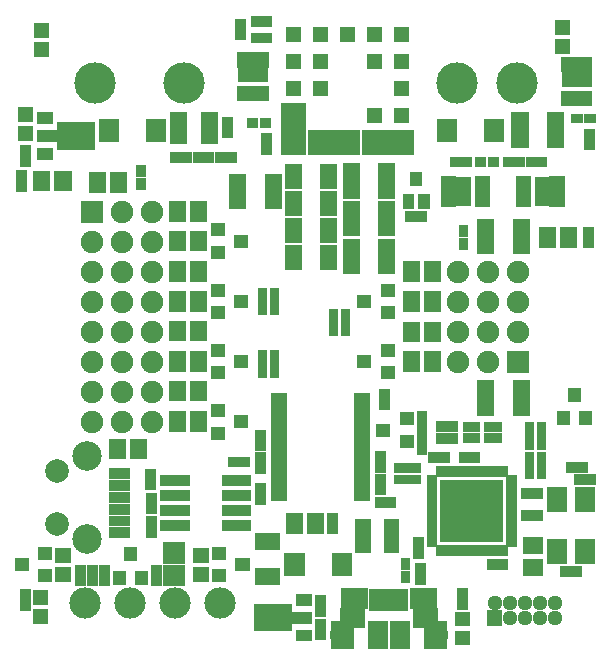
<source format=gbr>
G04 start of page 8 for group -4063 idx -4063 *
G04 Title: (unknown), componentmask *
G04 Creator: pcb 20140316 *
G04 CreationDate: Mon 04 Feb 2019 13:49:25 GMT UTC *
G04 For: kier *
G04 Format: Gerber/RS-274X *
G04 PCB-Dimensions (mil): 2755.91 2913.39 *
G04 PCB-Coordinate-Origin: lower left *
%MOIN*%
%FSLAX25Y25*%
%LNTOPMASK*%
%ADD128R,0.2087X0.2087*%
%ADD127R,0.0295X0.0295*%
%ADD126R,0.0815X0.0815*%
%ADD125R,0.0797X0.0797*%
%ADD124R,0.0758X0.0758*%
%ADD123R,0.0659X0.0659*%
%ADD122R,0.0693X0.0693*%
%ADD121R,0.0650X0.0650*%
%ADD120R,0.0236X0.0236*%
%ADD119R,0.0315X0.0315*%
%ADD118R,0.0669X0.0669*%
%ADD117R,0.0354X0.0354*%
%ADD116R,0.0906X0.0906*%
%ADD115R,0.0394X0.0394*%
%ADD114R,0.0492X0.0492*%
%ADD113R,0.0571X0.0571*%
%ADD112R,0.0433X0.0433*%
%ADD111R,0.0276X0.0276*%
%ADD110R,0.0362X0.0362*%
%ADD109C,0.0512*%
%ADD108C,0.0551*%
%ADD107C,0.0001*%
%ADD106C,0.1378*%
%ADD105C,0.1043*%
%ADD104C,0.0748*%
%ADD103C,0.0787*%
%ADD102C,0.0984*%
G54D102*X64961Y76378D03*
G54D103*X55118Y99016D03*
Y81299D03*
G54D102*X64961Y103937D03*
G54D104*X66772Y165354D03*
Y155354D03*
Y145354D03*
Y135354D03*
Y125354D03*
Y115354D03*
X76772Y165354D03*
Y155354D03*
Y145354D03*
Y135354D03*
Y125354D03*
Y115354D03*
X86772Y165354D03*
Y155354D03*
Y145354D03*
Y135354D03*
Y125354D03*
Y115354D03*
G54D105*X64508Y55118D03*
X79508D03*
X94508D03*
X109508D03*
G54D106*X97441Y228346D03*
X67913D03*
G54D107*G36*
X63031Y189094D02*Y181614D01*
X70512D01*
Y189094D01*
X63031D01*
G37*
G54D104*X76772Y185354D03*
X86772D03*
G54D106*X208268Y228346D03*
X188583D03*
G54D107*G36*
X205079Y139094D02*Y131614D01*
X212559D01*
Y139094D01*
X205079D01*
G37*
G54D104*X208819Y145354D03*
Y155354D03*
Y165354D03*
X188819Y135354D03*
Y145354D03*
Y155354D03*
Y165354D03*
X66772Y175354D03*
X76772D03*
X86772D03*
X198819Y135354D03*
Y145354D03*
Y155354D03*
Y165354D03*
X149606Y44291D03*
X181890D03*
G54D108*X156201Y56417D03*
X175295D03*
G54D107*G36*
X198465Y52559D02*Y47441D01*
X203583D01*
Y52559D01*
X198465D01*
G37*
G54D109*X201024Y55000D03*
X206024Y50000D03*
Y55000D03*
X211024Y50000D03*
X216024D03*
X221024D03*
X211024Y55000D03*
X216024D03*
X221024D03*
G54D110*X162992Y103744D02*Y103736D01*
X164173Y124610D02*Y124602D01*
Y121067D02*Y121059D01*
G54D111*X155315Y123720D02*X158071D01*
G54D112*X157283Y135433D02*X157677D01*
G54D111*X155315Y121161D02*X158071D01*
X155315Y118602D02*X158071D01*
X155315Y116043D02*X158071D01*
G54D112*X163583Y112598D02*X163976D01*
G54D113*X173228Y136024D02*Y134843D01*
X180315Y136024D02*Y134843D01*
G54D112*X165157Y131693D02*X165551D01*
G54D113*X173228Y145866D02*Y144685D01*
X180315Y145866D02*Y144685D01*
X173228Y156102D02*Y154921D01*
X180315Y156102D02*Y154921D01*
X173228Y165945D02*Y164764D01*
X180315Y165945D02*Y164764D01*
G54D111*X155315Y113484D02*X158071D01*
X155315Y110925D02*X158071D01*
X155315Y108366D02*X158071D01*
X155315Y105807D02*X158071D01*
G54D112*X171457Y108858D02*X171850D01*
X171457Y116339D02*X171850D01*
G54D110*X176772Y117130D02*Y117122D01*
Y113587D02*Y113579D01*
Y109650D02*Y109642D01*
Y106106D02*Y106098D01*
X180705Y103543D02*X180713D01*
G54D114*X56988Y64567D02*X57185D01*
X56988Y70866D02*X57185D01*
G54D112*X50984Y63976D02*X51378D01*
G54D114*X49508Y56693D02*X49705D01*
X49508Y50394D02*X49705D01*
G54D110*X44488Y54138D02*Y54130D01*
Y57681D02*Y57673D01*
G54D112*X50984Y71457D02*X51378D01*
X43110Y67717D02*X43504D01*
G54D110*X77752Y86220D02*X77760D01*
X74209D02*X74217D01*
X74209Y82283D02*X74217D01*
X77752D02*X77760D01*
X77752Y90157D02*X77760D01*
X74209D02*X74217D01*
X62992Y62406D02*Y62398D01*
X70866Y62406D02*Y62398D01*
X66929Y62406D02*Y62398D01*
X62992Y65949D02*Y65941D01*
X70866Y65949D02*Y65941D01*
X66929Y65949D02*Y65941D01*
X74209Y78346D02*X74217D01*
X77752D02*X77760D01*
G54D112*X79528Y71457D02*Y71063D01*
G54D110*X88189Y65949D02*Y65941D01*
Y62406D02*Y62398D01*
G54D112*X75787Y63583D02*Y63189D01*
X83268Y63583D02*Y63189D01*
G54D110*X86614Y78547D02*Y78539D01*
X92126Y73429D02*Y73421D01*
Y69886D02*Y69878D01*
Y62406D02*Y62398D01*
Y65949D02*Y65941D01*
X44488Y202169D02*Y202161D01*
Y205713D02*Y205705D01*
G54D115*X50295Y204724D02*X51870D01*
G54D114*X44390Y217717D02*X44587D01*
G54D115*X50295Y216535D02*X51870D01*
G54D114*X44390Y211417D02*X44587D01*
G54D115*X50295Y210630D02*X54626D01*
X50295D02*X51870D01*
G54D116*X59744D02*X63091D01*
G54D107*G36*
X57579Y212992D02*Y208268D01*
X62303D01*
Y212992D01*
X57579D01*
G37*
G54D110*X43307Y197445D02*Y197437D01*
Y193902D02*Y193894D01*
G54D113*X50000Y196260D02*Y195079D01*
G54D114*X49902Y239370D02*X50098D01*
X49902Y245669D02*X50098D01*
G54D117*X65059Y212598D02*Y208661D01*
G54D118*X88189Y213071D02*Y212126D01*
X72441Y213071D02*Y212126D01*
G54D113*X57087Y196260D02*Y195079D01*
G54D119*X83071Y195000D02*Y194213D01*
Y199331D02*Y198543D01*
G54D113*X68504Y195787D02*Y194606D01*
X75591Y195787D02*Y194606D01*
G54D111*X127756Y118602D02*X130512D01*
X127756Y116043D02*X130512D01*
X127756Y113484D02*X130512D01*
X127756Y110925D02*X130512D01*
X127756Y108366D02*X130512D01*
X127756Y105807D02*X130512D01*
X127756Y103248D02*X130512D01*
G54D113*X134252Y82087D02*Y80906D01*
X141339Y82087D02*Y80906D01*
G54D110*X146850Y83272D02*Y83264D01*
Y79728D02*Y79720D01*
G54D111*X127756Y123720D02*X130512D01*
X127756Y121161D02*X130512D01*
G54D112*X108465Y119094D02*X108858D01*
X108465Y111614D02*X108858D01*
X116339Y115354D02*X116732D01*
G54D113*X102362Y115945D02*Y114764D01*
G54D111*X127362Y131496D02*X127756D01*
G54D120*X127165Y133661D02*X127953D01*
X127165Y135630D02*X127953D01*
G54D111*X123425Y131496D02*X123819D01*
G54D120*X123228Y133661D02*X124016D01*
X123228Y135630D02*X124016D01*
G54D111*X123425Y137795D02*X123819D01*
G54D110*X122835Y110831D02*Y110823D01*
Y107287D02*Y107280D01*
Y103350D02*Y103343D01*
G54D112*X108465Y131693D02*X108858D01*
G54D113*X95276Y126181D02*Y125000D01*
X102362Y126181D02*Y125000D01*
X95276Y136024D02*Y134843D01*
X102362Y136024D02*Y134843D01*
G54D112*X116339Y135433D02*X116732D01*
G54D111*X127756Y98130D02*X130512D01*
X127756Y95571D02*X130512D01*
X127756Y93012D02*X130512D01*
X127756Y90453D02*X130512D01*
X127756Y100689D02*X130512D01*
G54D110*X122835Y99807D02*Y99799D01*
G54D117*X111811Y95689D02*X118110D01*
G54D110*X117516Y101969D02*X117524D01*
X113972D02*X113980D01*
X122835Y93114D02*Y93106D01*
X162791Y88583D02*X162799D01*
X166335D02*X166343D01*
X162992Y100201D02*Y100193D01*
Y96264D02*Y96256D01*
Y92720D02*Y92713D01*
G54D111*X155315Y103248D02*X158071D01*
X155315Y100689D02*X158071D01*
X155315Y98130D02*X158071D01*
X155315Y95571D02*X158071D01*
X155315Y93012D02*X158071D01*
X155315Y90453D02*X158071D01*
G54D115*X156496Y80906D02*X157677D01*
X156496Y77165D02*X157677D01*
X156496Y73425D02*X157677D01*
G54D110*X175591Y75004D02*Y74996D01*
Y71461D02*Y71453D01*
G54D115*X165945Y73425D02*X167126D01*
X165945Y77165D02*X167126D01*
X165945Y80906D02*X167126D01*
G54D120*X179528Y74803D02*X180709D01*
X179528Y76772D02*X180709D01*
X179528Y78740D02*X180709D01*
X179528Y80709D02*X180709D01*
G54D110*X176378Y66343D02*Y66335D01*
G54D119*X171260Y68307D02*Y67520D01*
G54D111*X175197Y100197D02*Y99803D01*
G54D120*X173031Y100394D02*Y99606D01*
G54D111*X175197Y96260D02*Y95866D01*
G54D120*X171063Y100394D02*Y99606D01*
G54D111*X168898Y100197D02*Y99803D01*
G54D120*X173031Y96457D02*Y95669D01*
X171063Y96457D02*Y95669D01*
G54D111*X168898Y96260D02*Y95866D01*
G54D120*X179528Y82677D02*X180709D01*
X179528Y84646D02*X180709D01*
X179528Y86614D02*X180709D01*
X179528Y88583D02*X180709D01*
X179528Y90551D02*X180709D01*
X179528Y92520D02*X180709D01*
X179528Y94488D02*X180709D01*
X179528Y96457D02*X180709D01*
G54D110*X176378Y62799D02*Y62791D01*
G54D121*X177114Y49902D02*X178984D01*
G54D122*X176102Y56417D02*X178228D01*
G54D111*X170866Y58268D02*Y53543D01*
G54D119*X171260Y63976D02*Y63189D01*
G54D114*X190059Y43307D02*X190256D01*
X190059Y49606D02*X190256D01*
G54D110*X190157Y58075D02*Y58067D01*
Y54531D02*Y54524D01*
G54D123*X162059Y45720D02*Y42862D01*
X169437Y45720D02*Y42862D01*
G54D124*X181248Y45224D02*Y43354D01*
G54D111*X168307Y58268D02*Y53543D01*
X165748Y58268D02*Y53543D01*
X163189Y58268D02*Y53543D01*
X160630Y58268D02*Y53543D01*
G54D113*X75197Y106890D02*Y105709D01*
G54D110*X74209Y94094D02*X74217D01*
X77752D02*X77760D01*
X77752Y98031D02*X77760D01*
X74209D02*X74217D01*
G54D113*X82283Y106890D02*Y105709D01*
X95276Y115945D02*Y114764D01*
G54D110*X86220Y94295D02*Y94287D01*
Y97839D02*Y97831D01*
X86614Y89965D02*Y89957D01*
Y82091D02*Y82083D01*
Y86421D02*Y86413D01*
G54D117*X91339Y95689D02*X97638D01*
X91339Y90689D02*X97638D01*
X91339Y85689D02*X97638D01*
X91339Y80689D02*X97638D01*
G54D110*X122835Y89571D02*Y89563D01*
G54D117*X111811Y80689D02*X118110D01*
X111811Y85689D02*X118110D01*
X111811Y90689D02*X118110D01*
G54D114*X103051Y70866D02*X103248D01*
X103051Y64567D02*X103248D01*
G54D112*X108858Y71457D02*X109252D01*
X108858Y63976D02*X109252D01*
X116732Y67717D02*X117126D01*
G54D113*X123917Y75591D02*X126476D01*
G54D110*X96063Y73429D02*Y73421D01*
Y69886D02*Y69878D01*
Y62406D02*Y62398D01*
Y65949D02*Y65941D01*
G54D116*X125394Y50000D02*X128740D01*
G54D117*X123425Y51969D02*Y48031D01*
G54D107*G36*
X126181Y52362D02*Y47638D01*
X130906D01*
Y52362D01*
X126181D01*
G37*
G54D110*X142913Y44295D02*Y44287D01*
G54D124*X150248Y45224D02*Y43354D01*
G54D121*X152512Y49902D02*X154382D01*
G54D110*X142913Y47839D02*Y47831D01*
G54D115*X136614Y44094D02*X138189D01*
X133858Y50000D02*X138189D01*
X136614D02*X138189D01*
G54D110*X142913Y55713D02*Y55705D01*
Y52169D02*Y52161D01*
G54D122*X153268Y56417D02*X155394D01*
G54D115*X136614Y55906D02*X138189D01*
G54D118*X150000Y68189D02*Y67244D01*
X134252Y68189D02*Y67244D01*
G54D113*X123917Y63780D02*X126476D01*
G54D110*X116142Y247839D02*Y247831D01*
X121453Y243307D02*X121461D01*
X124996D02*X125004D01*
X116142Y244295D02*Y244287D01*
G54D111*X124311Y237126D02*Y234803D01*
X121752Y237126D02*Y234803D01*
X119193Y237126D02*Y234803D01*
X116634Y237126D02*Y234803D01*
X117451Y234528D02*X118583D01*
X122362D02*X123494D01*
G54D125*X119469Y232510D02*X121476D01*
G54D111*X117451Y230492D02*X118583D01*
X122362D02*X123494D01*
G54D110*X124803Y209650D02*Y209642D01*
G54D126*X133898Y217480D02*Y208425D01*
G54D119*X124213Y214961D02*X125000D01*
G54D110*X124996Y248819D02*X125004D01*
G54D107*G36*
X131319Y247067D02*Y241909D01*
X136476D01*
Y247067D01*
X131319D01*
G37*
G54D110*X121453Y248819D02*X121461D01*
G54D107*G36*
X149311Y247067D02*Y241909D01*
X154469D01*
Y247067D01*
X149311D01*
G37*
G36*
X140335D02*Y241909D01*
X145492D01*
Y247067D01*
X140335D01*
G37*
G36*
Y238051D02*Y232894D01*
X145492D01*
Y238051D01*
X140335D01*
G37*
G54D126*X142874Y208465D02*X151929D01*
G54D113*X145669Y198524D02*Y195965D01*
X133858Y198524D02*Y195965D01*
X153150Y198720D02*Y192618D01*
X127165Y195177D02*Y189075D01*
G54D107*G36*
X131319Y238051D02*Y232894D01*
X136476D01*
Y238051D01*
X131319D01*
G37*
G36*
X140335Y229035D02*Y223878D01*
X145492D01*
Y229035D01*
X140335D01*
G37*
G36*
X131319D02*Y223878D01*
X136476D01*
Y229035D01*
X131319D01*
G37*
G54D111*X124311Y225827D02*Y223504D01*
G54D127*X94390Y209547D02*X96949D01*
G54D110*X98224Y203543D02*X98232D01*
X94681D02*X94689D01*
G54D127*X104626Y212106D02*X107185D01*
X94390D02*X96949D01*
G54D110*X111811Y211618D02*Y211610D01*
G54D127*X104626Y214665D02*X107185D01*
X94390D02*X96949D01*
G54D119*X119882Y214961D02*X120669D01*
G54D110*X111811Y215161D02*Y215154D01*
G54D127*X104626Y217224D02*X107185D01*
X94390D02*X96949D01*
X104626Y209547D02*X107185D01*
G54D110*X102161Y203543D02*X102169D01*
X105705D02*X105713D01*
X109642D02*X109650D01*
X113185D02*X113193D01*
G54D111*X116634Y225827D02*Y223504D01*
X119193Y225827D02*Y223504D01*
X121752Y225827D02*Y223504D01*
G54D113*X115354Y195177D02*Y189075D01*
X209449Y215650D02*Y209547D01*
X209843Y180217D02*Y174114D01*
X198031Y180217D02*Y174114D01*
G54D110*X205705Y201969D02*X205713D01*
X209248D02*X209256D01*
G54D111*X209331Y190846D02*X211654D01*
X209331Y188287D02*X211654D01*
G54D110*X216728Y201969D02*X216736D01*
X213185D02*X213193D01*
G54D111*X209331Y195965D02*X211654D01*
X209331Y193406D02*X211654D01*
X216319Y195148D02*Y194016D01*
X220630Y188287D02*X222953D01*
X220630Y190846D02*X222953D01*
X216319Y190236D02*Y189104D01*
X220354Y190236D02*Y189104D01*
X220630Y193406D02*X222953D01*
X220630Y195965D02*X222953D01*
G54D125*X218337Y193130D02*Y191122D01*
G54D111*X220354Y195148D02*Y194016D01*
G54D110*X232677Y207681D02*Y207673D01*
Y211224D02*Y211217D01*
X232283Y175004D02*Y174996D01*
Y178547D02*Y178539D01*
G54D113*X218504Y177362D02*Y176181D01*
X225591Y177362D02*Y176181D01*
G54D110*X124803Y206106D02*Y206098D01*
G54D112*X108465Y179331D02*X108858D01*
X108465Y171850D02*X108858D01*
X116339Y175591D02*X116732D01*
G54D113*X95276Y176181D02*Y175000D01*
Y186024D02*Y184843D01*
Y165945D02*Y164764D01*
X102362Y176181D02*Y175000D01*
Y186024D02*Y184843D01*
Y165945D02*Y164764D01*
G54D111*X147047Y151575D02*X147441D01*
X150984D02*X151378D01*
G54D120*X150787Y149409D02*X151575D01*
X150787Y147441D02*X151575D01*
G54D111*X150984Y145276D02*X151378D01*
G54D112*X157283Y155512D02*X157677D01*
G54D120*X146850Y149409D02*X147638D01*
X146850Y147441D02*X147638D01*
G54D111*X147047Y145276D02*X147441D01*
G54D112*X165157Y139173D02*X165551D01*
X165157Y151772D02*X165551D01*
G54D111*X127362Y158661D02*X127756D01*
G54D113*X133858Y171358D02*Y168799D01*
Y180413D02*Y177854D01*
Y189469D02*Y186909D01*
X145669Y171358D02*Y168799D01*
Y180413D02*Y177854D01*
Y189469D02*Y186909D01*
X153150Y186122D02*Y180020D01*
Y173524D02*Y167421D01*
X164961Y173524D02*Y167421D01*
G54D112*X165157Y159252D02*X165551D01*
G54D111*X127362Y137795D02*X127756D01*
X127362Y152362D02*X127756D01*
G54D120*X127165Y154528D02*X127953D01*
X127165Y156496D02*X127953D01*
G54D111*X123425Y152362D02*X123819D01*
G54D120*X123228Y154528D02*X124016D01*
X123228Y156496D02*X124016D01*
G54D111*X123425Y158661D02*X123819D01*
G54D112*X116339Y155512D02*X116732D01*
X108465Y159252D02*X108858D01*
X108465Y151772D02*X108858D01*
X108465Y139173D02*X108858D01*
G54D113*X95276Y146260D02*Y145079D01*
Y156102D02*Y154921D01*
X102362Y146260D02*Y145079D01*
Y156102D02*Y154921D01*
G54D118*X185039Y213071D02*Y212126D01*
G54D107*G36*
X167343Y247067D02*Y241909D01*
X172500D01*
Y247067D01*
X167343D01*
G37*
G36*
Y238051D02*Y232894D01*
X172500D01*
Y238051D01*
X167343D01*
G37*
G36*
Y229035D02*Y223878D01*
X172500D01*
Y229035D01*
X167343D01*
G37*
G36*
Y220059D02*Y214902D01*
X172500D01*
Y220059D01*
X167343D01*
G37*
G36*
X158327Y247067D02*Y241909D01*
X163484D01*
Y247067D01*
X158327D01*
G37*
G36*
Y238051D02*Y232894D01*
X163484D01*
Y238051D01*
X158327D01*
G37*
G36*
Y220059D02*Y214902D01*
X163484D01*
Y220059D01*
X158327D01*
G37*
G54D126*X160866Y208465D02*X169921D01*
G54D118*X200787Y213071D02*Y212126D01*
G54D113*X221260Y215650D02*Y209547D01*
G54D114*X223524Y246850D02*X223720D01*
X223524Y240551D02*X223720D01*
G54D111*X224508Y224252D02*Y221929D01*
Y235551D02*Y233228D01*
X227067Y224252D02*Y221929D01*
G54D119*X228150Y216535D02*X228937D01*
G54D111*X229626Y224252D02*Y221929D01*
X232185Y224252D02*Y221929D01*
G54D119*X232480Y216535D02*X233268D01*
G54D111*X232185Y235551D02*Y233228D01*
X229626Y235551D02*Y233228D01*
X230236Y228917D02*X231368D01*
X230236Y232953D02*X231368D01*
X227067Y235551D02*Y233228D01*
G54D125*X227343Y230935D02*X229350D01*
G54D111*X225325Y228917D02*X226457D01*
X225325Y232953D02*X226457D01*
X184528Y195965D02*X186850D01*
X184528Y193406D02*X186850D01*
X187126Y195148D02*Y194016D01*
X184528Y190846D02*X186850D01*
X184528Y188287D02*X186850D01*
G54D125*X189144Y193130D02*Y191122D01*
G54D111*X191161Y190236D02*Y189104D01*
Y195148D02*Y194016D01*
X187126Y190236D02*Y189104D01*
G54D110*X187988Y201969D02*X187996D01*
X191531D02*X191539D01*
G54D111*X195827Y188287D02*X198150D01*
X195827Y190846D02*X198150D01*
X195827Y193406D02*X198150D01*
X195827Y195965D02*X198150D01*
G54D119*X200197Y201969D02*X200984D01*
X195866D02*X196654D01*
X190551Y175000D02*Y174213D01*
Y179331D02*Y178543D01*
G54D110*X176571Y183858D02*X176579D01*
X173028D02*X173035D01*
G54D115*X172244Y189173D02*Y188386D01*
X177362Y189173D02*Y188386D01*
X174803Y196654D02*Y195866D01*
G54D113*X164961Y186122D02*Y180020D01*
Y198720D02*Y192618D01*
G54D110*X230114Y100000D02*X230122D01*
G54D112*X223819Y116732D02*Y116339D01*
X231299Y116732D02*Y116339D01*
X227559Y124606D02*Y124213D01*
G54D110*X226571Y100000D02*X226579D01*
G54D111*X216339Y103937D02*X216732D01*
G54D120*X216142Y101772D02*X216929D01*
G54D111*X212402Y113780D02*X212795D01*
X216339D02*X216732D01*
G54D120*X212205Y111614D02*X212992D01*
X216142D02*X216929D01*
X216142Y109646D02*X216929D01*
G54D111*X216339Y107480D02*X216732D01*
G54D120*X212205Y109646D02*X212992D01*
G54D111*X212402Y107480D02*X212795D01*
G54D110*X200193Y67717D02*X200201D01*
X203736D02*X203744D01*
G54D120*X204134Y73031D02*Y71850D01*
X202165Y73031D02*Y71850D01*
X200197Y73031D02*Y71850D01*
X205906Y74803D02*X207087D01*
X205906Y76772D02*X207087D01*
X205906Y78740D02*X207087D01*
X205906Y80709D02*X207087D01*
G54D110*X215154Y84252D02*X215161D01*
X215154Y91339D02*X215161D01*
X211610Y84252D02*X211618D01*
X211610Y91339D02*X211618D01*
G54D113*X213189Y66929D02*X214370D01*
X213189Y74016D02*X214370D01*
G54D118*X221654Y72835D02*Y71260D01*
X231102Y72835D02*Y71260D01*
X221654Y90157D02*Y88583D01*
X231102Y90157D02*Y88583D01*
G54D110*X232870Y96063D02*X232878D01*
X229327D02*X229335D01*
X224602Y65354D02*X224610D01*
X228146D02*X228154D01*
G54D120*X205906Y82677D02*X207087D01*
X205906Y84646D02*X207087D01*
X205906Y86614D02*X207087D01*
X205906Y88583D02*X207087D01*
G54D111*X198622Y76772D02*X201772D01*
X198622Y80118D02*X201772D01*
X198622Y83858D02*X201772D01*
X198622Y87402D02*X201772D01*
G54D113*X209843Y126280D02*Y120177D01*
X198031Y126280D02*Y120177D01*
G54D111*X212402Y103937D02*X212795D01*
G54D117*X199213Y113681D02*X201575D01*
X199213Y109941D02*X201575D01*
G54D120*X212205Y101772D02*X212992D01*
G54D117*X192126Y113681D02*X194488D01*
X192126Y109941D02*X194488D01*
G54D120*X212205Y99803D02*X212992D01*
G54D111*X212402Y97638D02*X212795D01*
G54D120*X216142Y99803D02*X216929D01*
G54D111*X216339Y97638D02*X216732D01*
G54D120*X205906Y90551D02*X207087D01*
X205906Y92520D02*X207087D01*
X205906Y94488D02*X207087D01*
X205906Y96457D02*X207087D01*
X204134Y99409D02*Y98228D01*
X202165Y99409D02*Y98228D01*
X200197Y99409D02*Y98228D01*
X198228Y99409D02*Y98228D01*
Y73031D02*Y71850D01*
X196260Y73031D02*Y71850D01*
X194291Y73031D02*Y71850D01*
X192323Y73031D02*Y71850D01*
X190354Y73031D02*Y71850D01*
X188386Y73031D02*Y71850D01*
X186417Y73031D02*Y71850D01*
X184449Y73031D02*Y71850D01*
X182480Y73031D02*Y71850D01*
G54D128*X193303Y85630D02*X193311D01*
G54D111*X191535Y83858D02*X195079D01*
X191535Y87402D02*X195079D01*
X184843Y83858D02*X187992D01*
X184843Y87402D02*X187992D01*
X184843Y91142D02*X187992D01*
X198622D02*X201772D01*
X198622Y94488D02*X201772D01*
X191535Y91142D02*X195079D01*
X191535Y94488D02*X195079D01*
X191535Y76772D02*X195079D01*
X191535Y80118D02*X195079D01*
X184843Y76772D02*X187992D01*
X184843Y80118D02*X187992D01*
G54D110*X184248Y103543D02*X184256D01*
X190744D02*X190752D01*
X194287D02*X194295D01*
G54D120*X196260Y99409D02*Y98228D01*
X194291Y99409D02*Y98228D01*
X192323Y99409D02*Y98228D01*
X190354Y99409D02*Y98228D01*
X188386Y99409D02*Y98228D01*
X186417Y99409D02*Y98228D01*
X184449Y99409D02*Y98228D01*
X182480Y99409D02*Y98228D01*
G54D111*X184843Y94488D02*X187992D01*
G54D110*X183264Y113780D02*X183272D01*
X183264Y109843D02*X183272D01*
X186807Y113780D02*X186815D01*
X186807Y109843D02*X186815D01*
M02*

</source>
